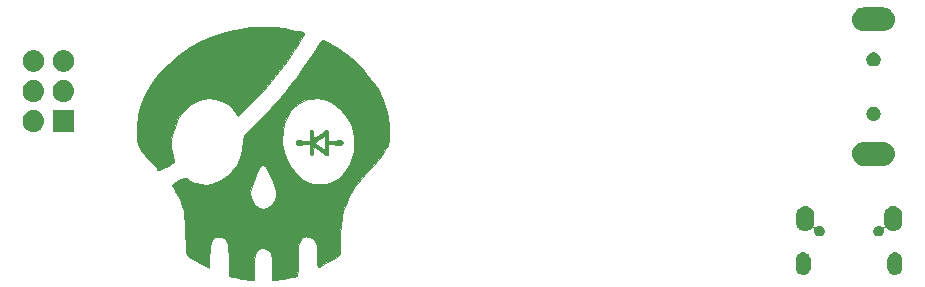
<source format=gbr>
G04 #@! TF.GenerationSoftware,KiCad,Pcbnew,(5.1.4)-1*
G04 #@! TF.CreationDate,2020-06-27T20:58:05-05:00*
G04 #@! TF.ProjectId,NiteLite,4e697465-4c69-4746-952e-6b696361645f,rev?*
G04 #@! TF.SameCoordinates,Original*
G04 #@! TF.FileFunction,Soldermask,Bot*
G04 #@! TF.FilePolarity,Negative*
%FSLAX46Y46*%
G04 Gerber Fmt 4.6, Leading zero omitted, Abs format (unit mm)*
G04 Created by KiCad (PCBNEW (5.1.4)-1) date 2020-06-27 20:58:05*
%MOMM*%
%LPD*%
G04 APERTURE LIST*
%ADD10C,0.010000*%
%ADD11C,0.100000*%
G04 APERTURE END LIST*
D10*
G36*
X111795566Y-115444556D02*
G01*
X111759386Y-115501094D01*
X111742089Y-115627168D01*
X111737100Y-115848830D01*
X111737000Y-115907750D01*
X111737000Y-116384000D01*
X111415326Y-116384000D01*
X111201508Y-116371035D01*
X111024482Y-116338139D01*
X110968427Y-116316982D01*
X110797168Y-116277087D01*
X110651251Y-116326549D01*
X110563809Y-116441505D01*
X110567976Y-116598095D01*
X110570110Y-116603832D01*
X110660697Y-116702730D01*
X110798233Y-116746521D01*
X110920009Y-116717120D01*
X110930593Y-116707807D01*
X111028739Y-116669617D01*
X111208790Y-116644261D01*
X111365919Y-116638000D01*
X111731437Y-116638000D01*
X111750094Y-117098375D01*
X111763348Y-117337524D01*
X111784540Y-117476234D01*
X111822074Y-117541061D01*
X111884351Y-117558564D01*
X111895750Y-117558750D01*
X111969264Y-117542221D01*
X112011306Y-117473106D01*
X112033670Y-117322114D01*
X112041718Y-117196181D01*
X112060686Y-116833613D01*
X112571092Y-117212056D01*
X112837443Y-117404127D01*
X113024758Y-117523462D01*
X113151451Y-117578766D01*
X113235936Y-117578743D01*
X113282167Y-117548166D01*
X113303343Y-117467679D01*
X113318525Y-117296813D01*
X113322324Y-117153891D01*
X113007000Y-117153891D01*
X112737125Y-116957986D01*
X112545908Y-116817873D01*
X112370628Y-116687325D01*
X112309449Y-116640884D01*
X112209372Y-116550623D01*
X112181012Y-116496329D01*
X112182449Y-116494806D01*
X112244382Y-116447156D01*
X112380802Y-116343259D01*
X112564927Y-116203504D01*
X112610125Y-116169251D01*
X113007000Y-115868577D01*
X113007000Y-117153891D01*
X113322324Y-117153891D01*
X113324497Y-117072160D01*
X113324500Y-117066498D01*
X113324500Y-116627163D01*
X113721375Y-116659027D01*
X113958590Y-116679511D01*
X114164202Y-116699742D01*
X114268682Y-116712071D01*
X114425550Y-116683652D01*
X114490607Y-116622125D01*
X114524580Y-116478428D01*
X114459226Y-116360837D01*
X114321649Y-116307480D01*
X114268682Y-116309928D01*
X114125070Y-116326353D01*
X113908100Y-116347077D01*
X113721375Y-116362972D01*
X113324500Y-116394836D01*
X113324500Y-115952693D01*
X113316668Y-115676195D01*
X113283536Y-115504686D01*
X113210649Y-115433767D01*
X113083553Y-115459037D01*
X112887794Y-115576096D01*
X112651992Y-115747964D01*
X112434375Y-115908806D01*
X112253963Y-116036082D01*
X112134864Y-116113115D01*
X112102125Y-116128344D01*
X112072059Y-116073173D01*
X112055573Y-115933626D01*
X112054500Y-115881193D01*
X112038073Y-115630948D01*
X111983868Y-115487179D01*
X111884500Y-115433053D01*
X111857207Y-115431500D01*
X111795566Y-115444556D01*
X111795566Y-115444556D01*
G37*
X111795566Y-115444556D02*
X111759386Y-115501094D01*
X111742089Y-115627168D01*
X111737100Y-115848830D01*
X111737000Y-115907750D01*
X111737000Y-116384000D01*
X111415326Y-116384000D01*
X111201508Y-116371035D01*
X111024482Y-116338139D01*
X110968427Y-116316982D01*
X110797168Y-116277087D01*
X110651251Y-116326549D01*
X110563809Y-116441505D01*
X110567976Y-116598095D01*
X110570110Y-116603832D01*
X110660697Y-116702730D01*
X110798233Y-116746521D01*
X110920009Y-116717120D01*
X110930593Y-116707807D01*
X111028739Y-116669617D01*
X111208790Y-116644261D01*
X111365919Y-116638000D01*
X111731437Y-116638000D01*
X111750094Y-117098375D01*
X111763348Y-117337524D01*
X111784540Y-117476234D01*
X111822074Y-117541061D01*
X111884351Y-117558564D01*
X111895750Y-117558750D01*
X111969264Y-117542221D01*
X112011306Y-117473106D01*
X112033670Y-117322114D01*
X112041718Y-117196181D01*
X112060686Y-116833613D01*
X112571092Y-117212056D01*
X112837443Y-117404127D01*
X113024758Y-117523462D01*
X113151451Y-117578766D01*
X113235936Y-117578743D01*
X113282167Y-117548166D01*
X113303343Y-117467679D01*
X113318525Y-117296813D01*
X113322324Y-117153891D01*
X113007000Y-117153891D01*
X112737125Y-116957986D01*
X112545908Y-116817873D01*
X112370628Y-116687325D01*
X112309449Y-116640884D01*
X112209372Y-116550623D01*
X112181012Y-116496329D01*
X112182449Y-116494806D01*
X112244382Y-116447156D01*
X112380802Y-116343259D01*
X112564927Y-116203504D01*
X112610125Y-116169251D01*
X113007000Y-115868577D01*
X113007000Y-117153891D01*
X113322324Y-117153891D01*
X113324497Y-117072160D01*
X113324500Y-117066498D01*
X113324500Y-116627163D01*
X113721375Y-116659027D01*
X113958590Y-116679511D01*
X114164202Y-116699742D01*
X114268682Y-116712071D01*
X114425550Y-116683652D01*
X114490607Y-116622125D01*
X114524580Y-116478428D01*
X114459226Y-116360837D01*
X114321649Y-116307480D01*
X114268682Y-116309928D01*
X114125070Y-116326353D01*
X113908100Y-116347077D01*
X113721375Y-116362972D01*
X113324500Y-116394836D01*
X113324500Y-115952693D01*
X113316668Y-115676195D01*
X113283536Y-115504686D01*
X113210649Y-115433767D01*
X113083553Y-115459037D01*
X112887794Y-115576096D01*
X112651992Y-115747964D01*
X112434375Y-115908806D01*
X112253963Y-116036082D01*
X112134864Y-116113115D01*
X112102125Y-116128344D01*
X112072059Y-116073173D01*
X112055573Y-115933626D01*
X112054500Y-115881193D01*
X112038073Y-115630948D01*
X111983868Y-115487179D01*
X111884500Y-115433053D01*
X111857207Y-115431500D01*
X111795566Y-115444556D01*
G36*
X107308917Y-106738069D02*
G01*
X106772443Y-106758178D01*
X106294090Y-106796469D01*
X105839630Y-106856907D01*
X105374829Y-106943457D01*
X104865456Y-107060083D01*
X104656750Y-107112181D01*
X103567712Y-107445993D01*
X102545412Y-107879536D01*
X101580407Y-108418390D01*
X100663256Y-109068136D01*
X99784517Y-109834354D01*
X99397307Y-110220497D01*
X98845078Y-110835279D01*
X98383215Y-111447530D01*
X97982655Y-112097897D01*
X97780293Y-112481882D01*
X97520045Y-113082574D01*
X97318051Y-113717349D01*
X97175874Y-114366151D01*
X97095077Y-115008924D01*
X97077222Y-115625610D01*
X97123871Y-116196152D01*
X97236589Y-116700494D01*
X97416936Y-117118580D01*
X97418796Y-117121762D01*
X97522866Y-117270932D01*
X97694016Y-117485111D01*
X97910612Y-117738433D01*
X98151019Y-118005032D01*
X98214354Y-118072904D01*
X98438683Y-118315255D01*
X98627974Y-118526940D01*
X98766715Y-118690051D01*
X98839397Y-118786677D01*
X98846500Y-118802853D01*
X98854968Y-118839710D01*
X98892221Y-118849440D01*
X98976031Y-118825659D01*
X99124173Y-118761985D01*
X99354421Y-118652034D01*
X99592625Y-118534895D01*
X99903899Y-118374109D01*
X100108200Y-118250933D01*
X100217152Y-118157551D01*
X100243500Y-118097366D01*
X100229212Y-117985854D01*
X100191029Y-117786549D01*
X100135973Y-117534836D01*
X100109242Y-117420888D01*
X100012025Y-116803043D01*
X100022544Y-116193098D01*
X100143310Y-115574210D01*
X100376833Y-114929535D01*
X100528364Y-114608658D01*
X100850785Y-114084158D01*
X101241354Y-113638570D01*
X101685844Y-113277911D01*
X102170029Y-113008194D01*
X102679685Y-112835435D01*
X103200586Y-112765647D01*
X103718505Y-112804847D01*
X104219217Y-112959048D01*
X104319269Y-113005818D01*
X104609505Y-113167647D01*
X104868434Y-113356294D01*
X105128043Y-113598499D01*
X105420318Y-113921000D01*
X105436201Y-113939524D01*
X105707652Y-114256750D01*
X106708914Y-113240750D01*
X107767759Y-112105211D01*
X108801380Y-110877096D01*
X109781851Y-109590799D01*
X110446536Y-108637000D01*
X110658949Y-108313820D01*
X110858301Y-107999926D01*
X111032958Y-107714713D01*
X111171289Y-107477574D01*
X111261661Y-107307905D01*
X111292500Y-107226528D01*
X111254231Y-107196418D01*
X111133105Y-107155240D01*
X110919650Y-107100668D01*
X110604391Y-107030378D01*
X110177854Y-106942041D01*
X109937996Y-106893976D01*
X109611607Y-106832684D01*
X109323097Y-106788771D01*
X109038656Y-106759504D01*
X108724471Y-106742146D01*
X108346732Y-106733963D01*
X107937746Y-106732178D01*
X107308917Y-106738069D01*
X107308917Y-106738069D01*
G37*
X107308917Y-106738069D02*
X106772443Y-106758178D01*
X106294090Y-106796469D01*
X105839630Y-106856907D01*
X105374829Y-106943457D01*
X104865456Y-107060083D01*
X104656750Y-107112181D01*
X103567712Y-107445993D01*
X102545412Y-107879536D01*
X101580407Y-108418390D01*
X100663256Y-109068136D01*
X99784517Y-109834354D01*
X99397307Y-110220497D01*
X98845078Y-110835279D01*
X98383215Y-111447530D01*
X97982655Y-112097897D01*
X97780293Y-112481882D01*
X97520045Y-113082574D01*
X97318051Y-113717349D01*
X97175874Y-114366151D01*
X97095077Y-115008924D01*
X97077222Y-115625610D01*
X97123871Y-116196152D01*
X97236589Y-116700494D01*
X97416936Y-117118580D01*
X97418796Y-117121762D01*
X97522866Y-117270932D01*
X97694016Y-117485111D01*
X97910612Y-117738433D01*
X98151019Y-118005032D01*
X98214354Y-118072904D01*
X98438683Y-118315255D01*
X98627974Y-118526940D01*
X98766715Y-118690051D01*
X98839397Y-118786677D01*
X98846500Y-118802853D01*
X98854968Y-118839710D01*
X98892221Y-118849440D01*
X98976031Y-118825659D01*
X99124173Y-118761985D01*
X99354421Y-118652034D01*
X99592625Y-118534895D01*
X99903899Y-118374109D01*
X100108200Y-118250933D01*
X100217152Y-118157551D01*
X100243500Y-118097366D01*
X100229212Y-117985854D01*
X100191029Y-117786549D01*
X100135973Y-117534836D01*
X100109242Y-117420888D01*
X100012025Y-116803043D01*
X100022544Y-116193098D01*
X100143310Y-115574210D01*
X100376833Y-114929535D01*
X100528364Y-114608658D01*
X100850785Y-114084158D01*
X101241354Y-113638570D01*
X101685844Y-113277911D01*
X102170029Y-113008194D01*
X102679685Y-112835435D01*
X103200586Y-112765647D01*
X103718505Y-112804847D01*
X104219217Y-112959048D01*
X104319269Y-113005818D01*
X104609505Y-113167647D01*
X104868434Y-113356294D01*
X105128043Y-113598499D01*
X105420318Y-113921000D01*
X105436201Y-113939524D01*
X105707652Y-114256750D01*
X106708914Y-113240750D01*
X107767759Y-112105211D01*
X108801380Y-110877096D01*
X109781851Y-109590799D01*
X110446536Y-108637000D01*
X110658949Y-108313820D01*
X110858301Y-107999926D01*
X111032958Y-107714713D01*
X111171289Y-107477574D01*
X111261661Y-107307905D01*
X111292500Y-107226528D01*
X111254231Y-107196418D01*
X111133105Y-107155240D01*
X110919650Y-107100668D01*
X110604391Y-107030378D01*
X110177854Y-106942041D01*
X109937996Y-106893976D01*
X109611607Y-106832684D01*
X109323097Y-106788771D01*
X109038656Y-106759504D01*
X108724471Y-106742146D01*
X108346732Y-106733963D01*
X107937746Y-106732178D01*
X107308917Y-106738069D01*
G36*
X112734409Y-107863158D02*
G01*
X112626824Y-107996937D01*
X112534481Y-108144939D01*
X112266714Y-108595658D01*
X111929513Y-109120114D01*
X111538072Y-109697349D01*
X111107585Y-110306407D01*
X110653247Y-110926330D01*
X110190253Y-111536161D01*
X109733797Y-112114942D01*
X109299073Y-112641717D01*
X109139170Y-112828000D01*
X108820580Y-113187898D01*
X108469717Y-113573095D01*
X108102950Y-113966594D01*
X107736649Y-114351401D01*
X107387182Y-114710522D01*
X107070920Y-115026961D01*
X106804231Y-115283723D01*
X106603485Y-115463813D01*
X106588004Y-115476675D01*
X106167124Y-115822919D01*
X106129287Y-116373334D01*
X106027629Y-117108897D01*
X105831773Y-117783150D01*
X105547959Y-118387714D01*
X105182425Y-118914210D01*
X104741411Y-119354259D01*
X104231156Y-119699482D01*
X103657899Y-119941499D01*
X103425491Y-120004511D01*
X102972855Y-120059094D01*
X102499329Y-120028411D01*
X102042849Y-119919830D01*
X101641355Y-119740721D01*
X101470171Y-119624736D01*
X101319207Y-119533588D01*
X101186381Y-119495500D01*
X101186027Y-119495500D01*
X101062381Y-119523010D01*
X100878518Y-119595227D01*
X100663454Y-119696676D01*
X100446206Y-119811884D01*
X100255790Y-119925376D01*
X100121222Y-120021678D01*
X100071520Y-120085317D01*
X100072372Y-120089388D01*
X100115302Y-120175219D01*
X100206870Y-120343611D01*
X100332041Y-120567239D01*
X100428183Y-120736049D01*
X100646703Y-121138628D01*
X100821962Y-121517773D01*
X100958500Y-121894985D01*
X101060854Y-122291769D01*
X101133564Y-122729628D01*
X101181169Y-123230066D01*
X101208206Y-123814585D01*
X101219081Y-124483074D01*
X101223022Y-124963564D01*
X101231655Y-125335329D01*
X101250721Y-125616644D01*
X101285959Y-125825779D01*
X101343112Y-125981007D01*
X101427920Y-126100601D01*
X101546123Y-126202831D01*
X101703463Y-126305972D01*
X101812553Y-126371988D01*
X102011787Y-126487442D01*
X102252270Y-126620202D01*
X102509195Y-126757433D01*
X102757749Y-126886301D01*
X102973124Y-126993969D01*
X103130509Y-127067605D01*
X103205095Y-127094373D01*
X103207527Y-127093640D01*
X103214200Y-127028639D01*
X103223094Y-126859029D01*
X103233257Y-126607158D01*
X103243739Y-126295377D01*
X103248795Y-126124242D01*
X103271236Y-125629376D01*
X103310208Y-125245693D01*
X103370239Y-124957945D01*
X103455857Y-124750884D01*
X103571591Y-124609261D01*
X103721969Y-124517829D01*
X103726398Y-124515977D01*
X104009277Y-124461380D01*
X104285763Y-124518450D01*
X104531307Y-124673161D01*
X104721360Y-124911484D01*
X104812737Y-125136737D01*
X104838186Y-125301228D01*
X104857678Y-125572001D01*
X104870331Y-125928438D01*
X104875259Y-126349924D01*
X104874546Y-126579264D01*
X104872801Y-126951800D01*
X104873505Y-127277749D01*
X104876433Y-127537002D01*
X104881356Y-127709447D01*
X104888035Y-127774963D01*
X104972501Y-127804241D01*
X105153586Y-127848593D01*
X105402604Y-127902429D01*
X105690866Y-127960157D01*
X105989686Y-128016186D01*
X106270377Y-128064923D01*
X106504250Y-128100779D01*
X106641125Y-128116658D01*
X107038000Y-128148887D01*
X107038355Y-127203568D01*
X107043324Y-126742930D01*
X107060344Y-126389016D01*
X107093164Y-126121819D01*
X107145538Y-125921334D01*
X107221216Y-125767556D01*
X107323950Y-125640480D01*
X107333230Y-125631088D01*
X107477168Y-125519508D01*
X107647502Y-125471540D01*
X107800000Y-125464500D01*
X108031565Y-125489560D01*
X108214125Y-125572286D01*
X108352541Y-125724000D01*
X108451675Y-125956019D01*
X108516389Y-126279665D01*
X108551543Y-126706258D01*
X108562000Y-127238869D01*
X108562000Y-128131500D01*
X108831875Y-128127467D01*
X109003975Y-128112546D01*
X109262295Y-128075231D01*
X109569260Y-128021473D01*
X109832000Y-127969067D01*
X110126437Y-127905740D01*
X110378468Y-127849511D01*
X110560156Y-127806746D01*
X110641625Y-127784593D01*
X110673022Y-127737059D01*
X110695717Y-127613210D01*
X110710649Y-127400139D01*
X110718758Y-127084937D01*
X110721000Y-126694069D01*
X110727250Y-126121720D01*
X110747507Y-125661546D01*
X110784038Y-125299267D01*
X110839107Y-125020601D01*
X110914978Y-124811268D01*
X111013917Y-124656988D01*
X111050338Y-124617393D01*
X111174420Y-124507879D01*
X111291803Y-124459269D01*
X111456167Y-124455485D01*
X111561519Y-124464292D01*
X111789314Y-124502833D01*
X111947582Y-124581451D01*
X112062685Y-124690957D01*
X112178899Y-124845162D01*
X112263142Y-125023326D01*
X112319939Y-125247712D01*
X112353816Y-125540580D01*
X112369300Y-125924191D01*
X112371646Y-126210625D01*
X112375217Y-126520855D01*
X112384749Y-126779513D01*
X112398883Y-126963246D01*
X112416262Y-127048702D01*
X112420566Y-127052000D01*
X112520153Y-127020108D01*
X112702193Y-126933735D01*
X112942751Y-126806830D01*
X113217892Y-126653343D01*
X113503680Y-126487226D01*
X113776182Y-126322429D01*
X114011462Y-126172901D01*
X114185585Y-126052594D01*
X114274616Y-125975458D01*
X114278962Y-125968834D01*
X114298435Y-125870985D01*
X114315425Y-125668334D01*
X114328879Y-125383074D01*
X114337749Y-125037395D01*
X114340980Y-124659049D01*
X114344853Y-124117156D01*
X114358667Y-123673156D01*
X114386443Y-123298078D01*
X114432198Y-122962954D01*
X114499953Y-122638814D01*
X114593726Y-122296688D01*
X114717536Y-121907606D01*
X114726385Y-121881004D01*
X114854622Y-121516280D01*
X114986206Y-121193503D01*
X115133132Y-120894437D01*
X115202695Y-120777238D01*
X108868326Y-120777238D01*
X108862952Y-120967746D01*
X108859079Y-121008520D01*
X108773923Y-121361366D01*
X108608642Y-121660494D01*
X108382326Y-121892518D01*
X108114067Y-122044054D01*
X107822958Y-122101719D01*
X107528089Y-122052129D01*
X107431722Y-122009167D01*
X107147232Y-121803985D01*
X106908161Y-121525838D01*
X106737829Y-121210231D01*
X106659558Y-120892668D01*
X106657000Y-120829748D01*
X106679936Y-120690325D01*
X106742712Y-120459382D01*
X106836285Y-120162613D01*
X106951611Y-119825712D01*
X107079646Y-119474373D01*
X107211345Y-119134290D01*
X107337665Y-118831157D01*
X107434581Y-118620661D01*
X107566697Y-118479634D01*
X107751503Y-118430550D01*
X107911776Y-118471352D01*
X108021364Y-118578586D01*
X108156661Y-118786444D01*
X108307130Y-119073831D01*
X108462238Y-119419655D01*
X108611447Y-119802819D01*
X108689124Y-120027733D01*
X108787948Y-120344944D01*
X108845503Y-120582208D01*
X108868326Y-120777238D01*
X115202695Y-120777238D01*
X115307395Y-120600844D01*
X115520990Y-120294486D01*
X115785911Y-119957126D01*
X116114153Y-119570527D01*
X116517711Y-119116452D01*
X116616706Y-119006888D01*
X117103792Y-118459724D01*
X117502540Y-117990988D01*
X117818496Y-117593586D01*
X118057211Y-117260423D01*
X118224231Y-116984402D01*
X118270532Y-116892000D01*
X118343389Y-116720084D01*
X118392998Y-116551514D01*
X118394407Y-116542750D01*
X115507059Y-116542750D01*
X115470711Y-117221620D01*
X115353934Y-117815929D01*
X115150047Y-118344510D01*
X114852367Y-118826196D01*
X114583026Y-119147257D01*
X114133557Y-119549139D01*
X113646387Y-119835917D01*
X113130637Y-120004639D01*
X112595427Y-120052352D01*
X112049878Y-119976101D01*
X112035025Y-119972279D01*
X111543316Y-119804022D01*
X111113377Y-119563010D01*
X110707671Y-119226745D01*
X110583637Y-119102436D01*
X110156062Y-118572312D01*
X109812241Y-117968291D01*
X109563068Y-117317161D01*
X109419442Y-116645711D01*
X109387500Y-116161750D01*
X109437775Y-115546580D01*
X109581513Y-114940919D01*
X109808082Y-114372499D01*
X110106851Y-113869055D01*
X110398741Y-113523692D01*
X110755706Y-113218909D01*
X111141678Y-112997846D01*
X111594834Y-112840753D01*
X111821463Y-112787615D01*
X112346873Y-112741031D01*
X112875217Y-112812808D01*
X113392254Y-112995472D01*
X113883745Y-113281552D01*
X114335452Y-113663575D01*
X114733134Y-114134067D01*
X114913213Y-114410133D01*
X115200007Y-114961528D01*
X115386423Y-115496427D01*
X115484383Y-116057643D01*
X115507059Y-116542750D01*
X118394407Y-116542750D01*
X118424970Y-116352753D01*
X118444919Y-116090262D01*
X118457063Y-115777377D01*
X118443229Y-115062065D01*
X118353152Y-114363686D01*
X118180891Y-113656243D01*
X117920502Y-112913740D01*
X117668567Y-112328575D01*
X117402750Y-111835938D01*
X117045540Y-111302533D01*
X116615951Y-110750353D01*
X116132997Y-110201393D01*
X115615693Y-109677646D01*
X115083053Y-109201109D01*
X114710296Y-108906680D01*
X114437997Y-108713979D01*
X114130803Y-108512400D01*
X113810732Y-108314640D01*
X113499804Y-108133398D01*
X113220035Y-107981369D01*
X112993447Y-107871251D01*
X112842056Y-107815742D01*
X112811218Y-107811564D01*
X112734409Y-107863158D01*
X112734409Y-107863158D01*
G37*
X112734409Y-107863158D02*
X112626824Y-107996937D01*
X112534481Y-108144939D01*
X112266714Y-108595658D01*
X111929513Y-109120114D01*
X111538072Y-109697349D01*
X111107585Y-110306407D01*
X110653247Y-110926330D01*
X110190253Y-111536161D01*
X109733797Y-112114942D01*
X109299073Y-112641717D01*
X109139170Y-112828000D01*
X108820580Y-113187898D01*
X108469717Y-113573095D01*
X108102950Y-113966594D01*
X107736649Y-114351401D01*
X107387182Y-114710522D01*
X107070920Y-115026961D01*
X106804231Y-115283723D01*
X106603485Y-115463813D01*
X106588004Y-115476675D01*
X106167124Y-115822919D01*
X106129287Y-116373334D01*
X106027629Y-117108897D01*
X105831773Y-117783150D01*
X105547959Y-118387714D01*
X105182425Y-118914210D01*
X104741411Y-119354259D01*
X104231156Y-119699482D01*
X103657899Y-119941499D01*
X103425491Y-120004511D01*
X102972855Y-120059094D01*
X102499329Y-120028411D01*
X102042849Y-119919830D01*
X101641355Y-119740721D01*
X101470171Y-119624736D01*
X101319207Y-119533588D01*
X101186381Y-119495500D01*
X101186027Y-119495500D01*
X101062381Y-119523010D01*
X100878518Y-119595227D01*
X100663454Y-119696676D01*
X100446206Y-119811884D01*
X100255790Y-119925376D01*
X100121222Y-120021678D01*
X100071520Y-120085317D01*
X100072372Y-120089388D01*
X100115302Y-120175219D01*
X100206870Y-120343611D01*
X100332041Y-120567239D01*
X100428183Y-120736049D01*
X100646703Y-121138628D01*
X100821962Y-121517773D01*
X100958500Y-121894985D01*
X101060854Y-122291769D01*
X101133564Y-122729628D01*
X101181169Y-123230066D01*
X101208206Y-123814585D01*
X101219081Y-124483074D01*
X101223022Y-124963564D01*
X101231655Y-125335329D01*
X101250721Y-125616644D01*
X101285959Y-125825779D01*
X101343112Y-125981007D01*
X101427920Y-126100601D01*
X101546123Y-126202831D01*
X101703463Y-126305972D01*
X101812553Y-126371988D01*
X102011787Y-126487442D01*
X102252270Y-126620202D01*
X102509195Y-126757433D01*
X102757749Y-126886301D01*
X102973124Y-126993969D01*
X103130509Y-127067605D01*
X103205095Y-127094373D01*
X103207527Y-127093640D01*
X103214200Y-127028639D01*
X103223094Y-126859029D01*
X103233257Y-126607158D01*
X103243739Y-126295377D01*
X103248795Y-126124242D01*
X103271236Y-125629376D01*
X103310208Y-125245693D01*
X103370239Y-124957945D01*
X103455857Y-124750884D01*
X103571591Y-124609261D01*
X103721969Y-124517829D01*
X103726398Y-124515977D01*
X104009277Y-124461380D01*
X104285763Y-124518450D01*
X104531307Y-124673161D01*
X104721360Y-124911484D01*
X104812737Y-125136737D01*
X104838186Y-125301228D01*
X104857678Y-125572001D01*
X104870331Y-125928438D01*
X104875259Y-126349924D01*
X104874546Y-126579264D01*
X104872801Y-126951800D01*
X104873505Y-127277749D01*
X104876433Y-127537002D01*
X104881356Y-127709447D01*
X104888035Y-127774963D01*
X104972501Y-127804241D01*
X105153586Y-127848593D01*
X105402604Y-127902429D01*
X105690866Y-127960157D01*
X105989686Y-128016186D01*
X106270377Y-128064923D01*
X106504250Y-128100779D01*
X106641125Y-128116658D01*
X107038000Y-128148887D01*
X107038355Y-127203568D01*
X107043324Y-126742930D01*
X107060344Y-126389016D01*
X107093164Y-126121819D01*
X107145538Y-125921334D01*
X107221216Y-125767556D01*
X107323950Y-125640480D01*
X107333230Y-125631088D01*
X107477168Y-125519508D01*
X107647502Y-125471540D01*
X107800000Y-125464500D01*
X108031565Y-125489560D01*
X108214125Y-125572286D01*
X108352541Y-125724000D01*
X108451675Y-125956019D01*
X108516389Y-126279665D01*
X108551543Y-126706258D01*
X108562000Y-127238869D01*
X108562000Y-128131500D01*
X108831875Y-128127467D01*
X109003975Y-128112546D01*
X109262295Y-128075231D01*
X109569260Y-128021473D01*
X109832000Y-127969067D01*
X110126437Y-127905740D01*
X110378468Y-127849511D01*
X110560156Y-127806746D01*
X110641625Y-127784593D01*
X110673022Y-127737059D01*
X110695717Y-127613210D01*
X110710649Y-127400139D01*
X110718758Y-127084937D01*
X110721000Y-126694069D01*
X110727250Y-126121720D01*
X110747507Y-125661546D01*
X110784038Y-125299267D01*
X110839107Y-125020601D01*
X110914978Y-124811268D01*
X111013917Y-124656988D01*
X111050338Y-124617393D01*
X111174420Y-124507879D01*
X111291803Y-124459269D01*
X111456167Y-124455485D01*
X111561519Y-124464292D01*
X111789314Y-124502833D01*
X111947582Y-124581451D01*
X112062685Y-124690957D01*
X112178899Y-124845162D01*
X112263142Y-125023326D01*
X112319939Y-125247712D01*
X112353816Y-125540580D01*
X112369300Y-125924191D01*
X112371646Y-126210625D01*
X112375217Y-126520855D01*
X112384749Y-126779513D01*
X112398883Y-126963246D01*
X112416262Y-127048702D01*
X112420566Y-127052000D01*
X112520153Y-127020108D01*
X112702193Y-126933735D01*
X112942751Y-126806830D01*
X113217892Y-126653343D01*
X113503680Y-126487226D01*
X113776182Y-126322429D01*
X114011462Y-126172901D01*
X114185585Y-126052594D01*
X114274616Y-125975458D01*
X114278962Y-125968834D01*
X114298435Y-125870985D01*
X114315425Y-125668334D01*
X114328879Y-125383074D01*
X114337749Y-125037395D01*
X114340980Y-124659049D01*
X114344853Y-124117156D01*
X114358667Y-123673156D01*
X114386443Y-123298078D01*
X114432198Y-122962954D01*
X114499953Y-122638814D01*
X114593726Y-122296688D01*
X114717536Y-121907606D01*
X114726385Y-121881004D01*
X114854622Y-121516280D01*
X114986206Y-121193503D01*
X115133132Y-120894437D01*
X115202695Y-120777238D01*
X108868326Y-120777238D01*
X108862952Y-120967746D01*
X108859079Y-121008520D01*
X108773923Y-121361366D01*
X108608642Y-121660494D01*
X108382326Y-121892518D01*
X108114067Y-122044054D01*
X107822958Y-122101719D01*
X107528089Y-122052129D01*
X107431722Y-122009167D01*
X107147232Y-121803985D01*
X106908161Y-121525838D01*
X106737829Y-121210231D01*
X106659558Y-120892668D01*
X106657000Y-120829748D01*
X106679936Y-120690325D01*
X106742712Y-120459382D01*
X106836285Y-120162613D01*
X106951611Y-119825712D01*
X107079646Y-119474373D01*
X107211345Y-119134290D01*
X107337665Y-118831157D01*
X107434581Y-118620661D01*
X107566697Y-118479634D01*
X107751503Y-118430550D01*
X107911776Y-118471352D01*
X108021364Y-118578586D01*
X108156661Y-118786444D01*
X108307130Y-119073831D01*
X108462238Y-119419655D01*
X108611447Y-119802819D01*
X108689124Y-120027733D01*
X108787948Y-120344944D01*
X108845503Y-120582208D01*
X108868326Y-120777238D01*
X115202695Y-120777238D01*
X115307395Y-120600844D01*
X115520990Y-120294486D01*
X115785911Y-119957126D01*
X116114153Y-119570527D01*
X116517711Y-119116452D01*
X116616706Y-119006888D01*
X117103792Y-118459724D01*
X117502540Y-117990988D01*
X117818496Y-117593586D01*
X118057211Y-117260423D01*
X118224231Y-116984402D01*
X118270532Y-116892000D01*
X118343389Y-116720084D01*
X118392998Y-116551514D01*
X118394407Y-116542750D01*
X115507059Y-116542750D01*
X115470711Y-117221620D01*
X115353934Y-117815929D01*
X115150047Y-118344510D01*
X114852367Y-118826196D01*
X114583026Y-119147257D01*
X114133557Y-119549139D01*
X113646387Y-119835917D01*
X113130637Y-120004639D01*
X112595427Y-120052352D01*
X112049878Y-119976101D01*
X112035025Y-119972279D01*
X111543316Y-119804022D01*
X111113377Y-119563010D01*
X110707671Y-119226745D01*
X110583637Y-119102436D01*
X110156062Y-118572312D01*
X109812241Y-117968291D01*
X109563068Y-117317161D01*
X109419442Y-116645711D01*
X109387500Y-116161750D01*
X109437775Y-115546580D01*
X109581513Y-114940919D01*
X109808082Y-114372499D01*
X110106851Y-113869055D01*
X110398741Y-113523692D01*
X110755706Y-113218909D01*
X111141678Y-112997846D01*
X111594834Y-112840753D01*
X111821463Y-112787615D01*
X112346873Y-112741031D01*
X112875217Y-112812808D01*
X113392254Y-112995472D01*
X113883745Y-113281552D01*
X114335452Y-113663575D01*
X114733134Y-114134067D01*
X114913213Y-114410133D01*
X115200007Y-114961528D01*
X115386423Y-115496427D01*
X115484383Y-116057643D01*
X115507059Y-116542750D01*
X118394407Y-116542750D01*
X118424970Y-116352753D01*
X118444919Y-116090262D01*
X118457063Y-115777377D01*
X118443229Y-115062065D01*
X118353152Y-114363686D01*
X118180891Y-113656243D01*
X117920502Y-112913740D01*
X117668567Y-112328575D01*
X117402750Y-111835938D01*
X117045540Y-111302533D01*
X116615951Y-110750353D01*
X116132997Y-110201393D01*
X115615693Y-109677646D01*
X115083053Y-109201109D01*
X114710296Y-108906680D01*
X114437997Y-108713979D01*
X114130803Y-108512400D01*
X113810732Y-108314640D01*
X113499804Y-108133398D01*
X113220035Y-107981369D01*
X112993447Y-107871251D01*
X112842056Y-107815742D01*
X112811218Y-107811564D01*
X112734409Y-107863158D01*
D11*
G36*
X153647714Y-125808058D02*
G01*
X153765721Y-125843855D01*
X153874468Y-125901981D01*
X153969790Y-125980210D01*
X154048019Y-126075532D01*
X154106145Y-126184278D01*
X154141942Y-126302285D01*
X154151000Y-126394254D01*
X154151000Y-127105746D01*
X154141942Y-127197715D01*
X154106145Y-127315722D01*
X154048019Y-127424468D01*
X153969790Y-127519790D01*
X153874468Y-127598019D01*
X153765722Y-127656145D01*
X153647715Y-127691942D01*
X153525000Y-127704028D01*
X153402286Y-127691942D01*
X153284279Y-127656145D01*
X153175533Y-127598019D01*
X153080211Y-127519790D01*
X153001982Y-127424468D01*
X152943855Y-127315721D01*
X152908058Y-127197715D01*
X152899000Y-127105746D01*
X152899000Y-126394255D01*
X152908058Y-126302286D01*
X152943855Y-126184279D01*
X153001981Y-126075532D01*
X153080210Y-125980210D01*
X153175532Y-125901981D01*
X153284278Y-125843855D01*
X153402285Y-125808058D01*
X153525000Y-125795972D01*
X153647714Y-125808058D01*
X153647714Y-125808058D01*
G37*
G36*
X161397714Y-125808058D02*
G01*
X161515721Y-125843855D01*
X161624468Y-125901981D01*
X161719790Y-125980210D01*
X161798019Y-126075532D01*
X161856145Y-126184278D01*
X161891942Y-126302285D01*
X161901000Y-126394254D01*
X161901000Y-127105746D01*
X161891942Y-127197715D01*
X161856145Y-127315722D01*
X161798019Y-127424468D01*
X161719790Y-127519790D01*
X161624468Y-127598019D01*
X161515722Y-127656145D01*
X161397715Y-127691942D01*
X161275000Y-127704028D01*
X161152286Y-127691942D01*
X161034279Y-127656145D01*
X160925533Y-127598019D01*
X160830211Y-127519790D01*
X160751982Y-127424468D01*
X160693855Y-127315721D01*
X160658058Y-127197715D01*
X160649000Y-127105746D01*
X160649000Y-126394255D01*
X160658058Y-126302286D01*
X160693855Y-126184279D01*
X160751981Y-126075532D01*
X160830210Y-125980210D01*
X160925532Y-125901981D01*
X161034278Y-125843855D01*
X161152285Y-125808058D01*
X161275000Y-125795972D01*
X161397714Y-125808058D01*
X161397714Y-125808058D01*
G37*
G36*
X161277120Y-121910228D02*
G01*
X161423401Y-121954602D01*
X161558206Y-122026657D01*
X161676367Y-122123628D01*
X161773345Y-122241796D01*
X161845398Y-122376598D01*
X161889772Y-122522879D01*
X161901000Y-122636882D01*
X161901000Y-123263118D01*
X161889772Y-123377121D01*
X161845398Y-123523402D01*
X161773345Y-123658204D01*
X161773343Y-123658206D01*
X161773342Y-123658208D01*
X161676369Y-123776369D01*
X161615195Y-123826574D01*
X161558204Y-123873345D01*
X161423402Y-123945398D01*
X161277121Y-123989772D01*
X161125000Y-124004754D01*
X160972880Y-123989772D01*
X160826599Y-123945398D01*
X160691797Y-123873345D01*
X160573628Y-123776366D01*
X160543695Y-123739893D01*
X160526368Y-123722566D01*
X160505993Y-123708952D01*
X160483354Y-123699575D01*
X160459321Y-123694795D01*
X160434817Y-123694795D01*
X160410784Y-123699576D01*
X160388145Y-123708953D01*
X160367771Y-123722567D01*
X160350444Y-123739894D01*
X160336830Y-123760269D01*
X160327453Y-123782908D01*
X160322673Y-123806941D01*
X160322673Y-123831445D01*
X160327454Y-123855478D01*
X160344475Y-123911587D01*
X160353182Y-124000000D01*
X160344475Y-124088410D01*
X160318686Y-124173426D01*
X160276807Y-124251775D01*
X160220449Y-124320449D01*
X160151775Y-124376807D01*
X160073426Y-124418686D01*
X159988410Y-124444475D01*
X159922158Y-124451000D01*
X159877842Y-124451000D01*
X159811590Y-124444475D01*
X159726574Y-124418686D01*
X159648225Y-124376807D01*
X159579551Y-124320449D01*
X159523193Y-124251775D01*
X159481314Y-124173426D01*
X159455525Y-124088410D01*
X159446818Y-124000000D01*
X159455525Y-123911590D01*
X159481314Y-123826574D01*
X159523193Y-123748225D01*
X159579551Y-123679551D01*
X159648225Y-123623193D01*
X159726574Y-123581314D01*
X159811590Y-123555525D01*
X159877842Y-123549000D01*
X159922158Y-123549000D01*
X159988410Y-123555525D01*
X160073426Y-123581314D01*
X160151775Y-123623193D01*
X160211428Y-123672149D01*
X160231802Y-123685762D01*
X160254441Y-123695140D01*
X160278474Y-123699920D01*
X160302978Y-123699920D01*
X160327012Y-123695139D01*
X160349650Y-123685762D01*
X160370025Y-123672148D01*
X160387352Y-123654821D01*
X160400965Y-123634447D01*
X160410343Y-123611808D01*
X160415123Y-123587775D01*
X160415123Y-123563271D01*
X160410342Y-123539237D01*
X160406841Y-123530784D01*
X160360228Y-123377121D01*
X160349000Y-123263118D01*
X160349000Y-122636883D01*
X160360228Y-122522880D01*
X160404602Y-122376599D01*
X160476657Y-122241794D01*
X160573628Y-122123633D01*
X160691796Y-122026655D01*
X160826598Y-121954602D01*
X160972879Y-121910228D01*
X161125000Y-121895246D01*
X161277120Y-121910228D01*
X161277120Y-121910228D01*
G37*
G36*
X153827120Y-121910228D02*
G01*
X153973401Y-121954602D01*
X154108206Y-122026657D01*
X154226367Y-122123628D01*
X154323345Y-122241796D01*
X154395398Y-122376598D01*
X154439772Y-122522879D01*
X154451000Y-122636882D01*
X154451000Y-123263118D01*
X154439772Y-123377121D01*
X154393157Y-123530790D01*
X154389654Y-123539249D01*
X154384876Y-123563283D01*
X154384878Y-123587787D01*
X154389661Y-123611820D01*
X154399041Y-123634458D01*
X154412656Y-123654831D01*
X154429985Y-123672156D01*
X154450361Y-123685768D01*
X154473000Y-123695143D01*
X154497034Y-123699921D01*
X154521538Y-123699919D01*
X154545571Y-123695136D01*
X154568209Y-123685756D01*
X154588572Y-123672149D01*
X154648225Y-123623193D01*
X154726574Y-123581314D01*
X154811590Y-123555525D01*
X154877842Y-123549000D01*
X154922158Y-123549000D01*
X154988410Y-123555525D01*
X155073426Y-123581314D01*
X155151775Y-123623193D01*
X155220449Y-123679551D01*
X155276807Y-123748225D01*
X155318686Y-123826574D01*
X155344475Y-123911590D01*
X155353182Y-124000000D01*
X155344475Y-124088410D01*
X155318686Y-124173426D01*
X155276807Y-124251775D01*
X155220449Y-124320449D01*
X155151775Y-124376807D01*
X155073426Y-124418686D01*
X154988410Y-124444475D01*
X154922158Y-124451000D01*
X154877842Y-124451000D01*
X154811590Y-124444475D01*
X154726574Y-124418686D01*
X154648225Y-124376807D01*
X154579551Y-124320449D01*
X154523193Y-124251775D01*
X154481314Y-124173426D01*
X154455525Y-124088410D01*
X154446818Y-124000000D01*
X154455525Y-123911588D01*
X154472546Y-123855477D01*
X154477326Y-123831444D01*
X154477326Y-123806940D01*
X154472545Y-123782907D01*
X154463168Y-123760268D01*
X154449554Y-123739894D01*
X154432227Y-123722567D01*
X154411852Y-123708953D01*
X154389213Y-123699576D01*
X154365180Y-123694796D01*
X154340676Y-123694796D01*
X154316643Y-123699577D01*
X154294004Y-123708954D01*
X154273630Y-123722568D01*
X154256303Y-123739895D01*
X154226372Y-123776366D01*
X154226369Y-123776369D01*
X154165193Y-123826575D01*
X154108204Y-123873345D01*
X153973402Y-123945398D01*
X153827121Y-123989772D01*
X153675000Y-124004754D01*
X153522880Y-123989772D01*
X153376599Y-123945398D01*
X153241797Y-123873345D01*
X153184807Y-123826574D01*
X153123632Y-123776369D01*
X153093698Y-123739895D01*
X153026657Y-123658206D01*
X152954601Y-123523400D01*
X152910228Y-123377121D01*
X152899000Y-123263118D01*
X152899000Y-122636883D01*
X152910228Y-122522880D01*
X152954602Y-122376599D01*
X153026657Y-122241794D01*
X153123628Y-122123633D01*
X153241796Y-122026655D01*
X153376598Y-121954602D01*
X153522879Y-121910228D01*
X153675000Y-121895246D01*
X153827120Y-121910228D01*
X153827120Y-121910228D01*
G37*
G36*
X160466228Y-116473483D02*
G01*
X160654922Y-116530723D01*
X160828815Y-116623671D01*
X160981239Y-116748761D01*
X161106329Y-116901185D01*
X161199277Y-117075078D01*
X161256517Y-117263772D01*
X161275843Y-117460000D01*
X161256517Y-117656228D01*
X161199277Y-117844922D01*
X161106329Y-118018815D01*
X160981239Y-118171239D01*
X160828815Y-118296329D01*
X160654922Y-118389277D01*
X160466228Y-118446517D01*
X160319175Y-118461000D01*
X158620825Y-118461000D01*
X158473772Y-118446517D01*
X158285078Y-118389277D01*
X158111185Y-118296329D01*
X157958761Y-118171239D01*
X157833671Y-118018815D01*
X157740723Y-117844922D01*
X157683483Y-117656228D01*
X157664157Y-117460000D01*
X157683483Y-117263772D01*
X157740723Y-117075078D01*
X157833671Y-116901185D01*
X157958761Y-116748761D01*
X158111185Y-116623671D01*
X158285078Y-116530723D01*
X158473772Y-116473483D01*
X158620825Y-116459000D01*
X160319175Y-116459000D01*
X160466228Y-116473483D01*
X160466228Y-116473483D01*
G37*
G36*
X91804600Y-115594600D02*
G01*
X89975400Y-115594600D01*
X89975400Y-113765400D01*
X91804600Y-113765400D01*
X91804600Y-115594600D01*
X91804600Y-115594600D01*
G37*
G36*
X88529294Y-113778633D02*
G01*
X88701695Y-113830931D01*
X88860583Y-113915858D01*
X88999849Y-114030151D01*
X89114142Y-114169417D01*
X89199069Y-114328305D01*
X89251367Y-114500706D01*
X89269025Y-114680000D01*
X89251367Y-114859294D01*
X89199069Y-115031695D01*
X89114142Y-115190583D01*
X88999849Y-115329849D01*
X88860583Y-115444142D01*
X88701695Y-115529069D01*
X88529294Y-115581367D01*
X88394931Y-115594600D01*
X88305069Y-115594600D01*
X88170706Y-115581367D01*
X87998305Y-115529069D01*
X87839417Y-115444142D01*
X87700151Y-115329849D01*
X87585858Y-115190583D01*
X87500931Y-115031695D01*
X87448633Y-114859294D01*
X87430975Y-114680000D01*
X87448633Y-114500706D01*
X87500931Y-114328305D01*
X87585858Y-114169417D01*
X87700151Y-114030151D01*
X87839417Y-113915858D01*
X87998305Y-113830931D01*
X88170706Y-113778633D01*
X88305069Y-113765400D01*
X88394931Y-113765400D01*
X88529294Y-113778633D01*
X88529294Y-113778633D01*
G37*
G36*
X159606601Y-113474397D02*
G01*
X159645305Y-113482096D01*
X159677340Y-113495365D01*
X159754680Y-113527400D01*
X159853115Y-113593173D01*
X159936827Y-113676885D01*
X160002600Y-113775320D01*
X160047904Y-113884696D01*
X160071000Y-114000805D01*
X160071000Y-114119195D01*
X160047904Y-114235304D01*
X160002600Y-114344680D01*
X159936827Y-114443115D01*
X159853115Y-114526827D01*
X159754680Y-114592600D01*
X159677340Y-114624635D01*
X159645305Y-114637904D01*
X159606601Y-114645603D01*
X159529195Y-114661000D01*
X159410805Y-114661000D01*
X159333399Y-114645603D01*
X159294695Y-114637904D01*
X159262660Y-114624635D01*
X159185320Y-114592600D01*
X159086885Y-114526827D01*
X159003173Y-114443115D01*
X158937400Y-114344680D01*
X158892096Y-114235304D01*
X158869000Y-114119195D01*
X158869000Y-114000805D01*
X158892096Y-113884696D01*
X158937400Y-113775320D01*
X159003173Y-113676885D01*
X159086885Y-113593173D01*
X159185320Y-113527400D01*
X159262660Y-113495365D01*
X159294695Y-113482096D01*
X159333399Y-113474397D01*
X159410805Y-113459000D01*
X159529195Y-113459000D01*
X159606601Y-113474397D01*
X159606601Y-113474397D01*
G37*
G36*
X88529294Y-111238633D02*
G01*
X88701695Y-111290931D01*
X88860583Y-111375858D01*
X88999849Y-111490151D01*
X89114142Y-111629417D01*
X89199069Y-111788305D01*
X89251367Y-111960706D01*
X89269025Y-112140000D01*
X89251367Y-112319294D01*
X89199069Y-112491695D01*
X89114142Y-112650583D01*
X88999849Y-112789849D01*
X88860583Y-112904142D01*
X88701695Y-112989069D01*
X88529294Y-113041367D01*
X88394931Y-113054600D01*
X88305069Y-113054600D01*
X88170706Y-113041367D01*
X87998305Y-112989069D01*
X87839417Y-112904142D01*
X87700151Y-112789849D01*
X87585858Y-112650583D01*
X87500931Y-112491695D01*
X87448633Y-112319294D01*
X87430975Y-112140000D01*
X87448633Y-111960706D01*
X87500931Y-111788305D01*
X87585858Y-111629417D01*
X87700151Y-111490151D01*
X87839417Y-111375858D01*
X87998305Y-111290931D01*
X88170706Y-111238633D01*
X88305069Y-111225400D01*
X88394931Y-111225400D01*
X88529294Y-111238633D01*
X88529294Y-111238633D01*
G37*
G36*
X91069294Y-111238633D02*
G01*
X91241695Y-111290931D01*
X91400583Y-111375858D01*
X91539849Y-111490151D01*
X91654142Y-111629417D01*
X91739069Y-111788305D01*
X91791367Y-111960706D01*
X91809025Y-112140000D01*
X91791367Y-112319294D01*
X91739069Y-112491695D01*
X91654142Y-112650583D01*
X91539849Y-112789849D01*
X91400583Y-112904142D01*
X91241695Y-112989069D01*
X91069294Y-113041367D01*
X90934931Y-113054600D01*
X90845069Y-113054600D01*
X90710706Y-113041367D01*
X90538305Y-112989069D01*
X90379417Y-112904142D01*
X90240151Y-112789849D01*
X90125858Y-112650583D01*
X90040931Y-112491695D01*
X89988633Y-112319294D01*
X89970975Y-112140000D01*
X89988633Y-111960706D01*
X90040931Y-111788305D01*
X90125858Y-111629417D01*
X90240151Y-111490151D01*
X90379417Y-111375858D01*
X90538305Y-111290931D01*
X90710706Y-111238633D01*
X90845069Y-111225400D01*
X90934931Y-111225400D01*
X91069294Y-111238633D01*
X91069294Y-111238633D01*
G37*
G36*
X88616778Y-108720547D02*
G01*
X88783224Y-108789491D01*
X88933022Y-108889583D01*
X89060417Y-109016978D01*
X89160509Y-109166776D01*
X89229453Y-109333222D01*
X89264600Y-109509918D01*
X89264600Y-109690082D01*
X89229453Y-109866778D01*
X89160509Y-110033224D01*
X89060417Y-110183022D01*
X88933022Y-110310417D01*
X88783224Y-110410509D01*
X88616778Y-110479453D01*
X88440082Y-110514600D01*
X88259918Y-110514600D01*
X88083222Y-110479453D01*
X87916776Y-110410509D01*
X87766978Y-110310417D01*
X87639583Y-110183022D01*
X87539491Y-110033224D01*
X87470547Y-109866778D01*
X87435400Y-109690082D01*
X87435400Y-109509918D01*
X87470547Y-109333222D01*
X87539491Y-109166776D01*
X87639583Y-109016978D01*
X87766978Y-108889583D01*
X87916776Y-108789491D01*
X88083222Y-108720547D01*
X88259918Y-108685400D01*
X88440082Y-108685400D01*
X88616778Y-108720547D01*
X88616778Y-108720547D01*
G37*
G36*
X91156778Y-108720547D02*
G01*
X91323224Y-108789491D01*
X91473022Y-108889583D01*
X91600417Y-109016978D01*
X91700509Y-109166776D01*
X91769453Y-109333222D01*
X91804600Y-109509918D01*
X91804600Y-109690082D01*
X91769453Y-109866778D01*
X91700509Y-110033224D01*
X91600417Y-110183022D01*
X91473022Y-110310417D01*
X91323224Y-110410509D01*
X91156778Y-110479453D01*
X90980082Y-110514600D01*
X90799918Y-110514600D01*
X90623222Y-110479453D01*
X90456776Y-110410509D01*
X90306978Y-110310417D01*
X90179583Y-110183022D01*
X90079491Y-110033224D01*
X90010547Y-109866778D01*
X89975400Y-109690082D01*
X89975400Y-109509918D01*
X90010547Y-109333222D01*
X90079491Y-109166776D01*
X90179583Y-109016978D01*
X90306978Y-108889583D01*
X90456776Y-108789491D01*
X90623222Y-108720547D01*
X90799918Y-108685400D01*
X90980082Y-108685400D01*
X91156778Y-108720547D01*
X91156778Y-108720547D01*
G37*
G36*
X159606601Y-108874397D02*
G01*
X159645305Y-108882096D01*
X159663380Y-108889583D01*
X159754680Y-108927400D01*
X159853115Y-108993173D01*
X159936827Y-109076885D01*
X160002600Y-109175320D01*
X160047904Y-109284696D01*
X160071000Y-109400805D01*
X160071000Y-109519195D01*
X160047904Y-109635304D01*
X160002600Y-109744680D01*
X159936827Y-109843115D01*
X159853115Y-109926827D01*
X159754680Y-109992600D01*
X159677340Y-110024635D01*
X159645305Y-110037904D01*
X159606601Y-110045603D01*
X159529195Y-110061000D01*
X159410805Y-110061000D01*
X159333399Y-110045603D01*
X159294695Y-110037904D01*
X159262660Y-110024635D01*
X159185320Y-109992600D01*
X159086885Y-109926827D01*
X159003173Y-109843115D01*
X158937400Y-109744680D01*
X158892096Y-109635304D01*
X158869000Y-109519195D01*
X158869000Y-109400805D01*
X158892096Y-109284696D01*
X158937400Y-109175320D01*
X159003173Y-109076885D01*
X159086885Y-108993173D01*
X159185320Y-108927400D01*
X159276620Y-108889583D01*
X159294695Y-108882096D01*
X159333399Y-108874397D01*
X159410805Y-108859000D01*
X159529195Y-108859000D01*
X159606601Y-108874397D01*
X159606601Y-108874397D01*
G37*
G36*
X160466228Y-105073483D02*
G01*
X160654922Y-105130723D01*
X160828815Y-105223671D01*
X160981239Y-105348761D01*
X161106329Y-105501185D01*
X161199277Y-105675078D01*
X161256517Y-105863772D01*
X161275843Y-106060000D01*
X161256517Y-106256228D01*
X161199277Y-106444922D01*
X161106329Y-106618815D01*
X160981239Y-106771239D01*
X160828815Y-106896329D01*
X160654922Y-106989277D01*
X160466228Y-107046517D01*
X160319175Y-107061000D01*
X158620825Y-107061000D01*
X158473772Y-107046517D01*
X158285078Y-106989277D01*
X158111185Y-106896329D01*
X157958761Y-106771239D01*
X157833671Y-106618815D01*
X157740723Y-106444922D01*
X157683483Y-106256228D01*
X157664157Y-106060000D01*
X157683483Y-105863772D01*
X157740723Y-105675078D01*
X157833671Y-105501185D01*
X157958761Y-105348761D01*
X158111185Y-105223671D01*
X158285078Y-105130723D01*
X158473772Y-105073483D01*
X158620825Y-105059000D01*
X160319175Y-105059000D01*
X160466228Y-105073483D01*
X160466228Y-105073483D01*
G37*
M02*

</source>
